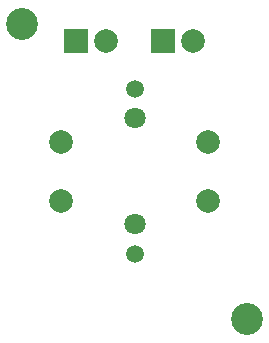
<source format=gbr>
%TF.GenerationSoftware,KiCad,Pcbnew,8.0.5*%
%TF.CreationDate,2024-09-12T13:24:22+03:00*%
%TF.ProjectId,Tactile Power Switch,54616374-696c-4652-9050-6f7765722053,rev?*%
%TF.SameCoordinates,Original*%
%TF.FileFunction,Soldermask,Top*%
%TF.FilePolarity,Negative*%
%FSLAX46Y46*%
G04 Gerber Fmt 4.6, Leading zero omitted, Abs format (unit mm)*
G04 Created by KiCad (PCBNEW 8.0.5) date 2024-09-12 13:24:22*
%MOMM*%
%LPD*%
G01*
G04 APERTURE LIST*
%ADD10C,1.800000*%
%ADD11C,2.004000*%
%ADD12C,1.512000*%
%ADD13C,2.700000*%
%ADD14R,2.000000X2.000000*%
%ADD15C,2.000000*%
G04 APERTURE END LIST*
D10*
%TO.C,S1*%
X120000000Y-54499999D03*
X120000000Y-63500001D03*
D11*
X126249999Y-56500000D03*
X126249999Y-61500000D03*
X113750001Y-56500000D03*
X113750001Y-61500000D03*
D12*
X120000000Y-52000001D03*
X120000000Y-65999999D03*
%TD*%
D13*
%TO.C,H1*%
X129500000Y-71500000D03*
%TD*%
%TO.C,H2*%
X110500000Y-46500000D03*
%TD*%
D14*
%TO.C,J2*%
X122425000Y-48000000D03*
D15*
X124965000Y-48000000D03*
%TD*%
D14*
%TO.C,J1*%
X115025000Y-48000000D03*
D15*
X117565000Y-48000000D03*
%TD*%
M02*

</source>
